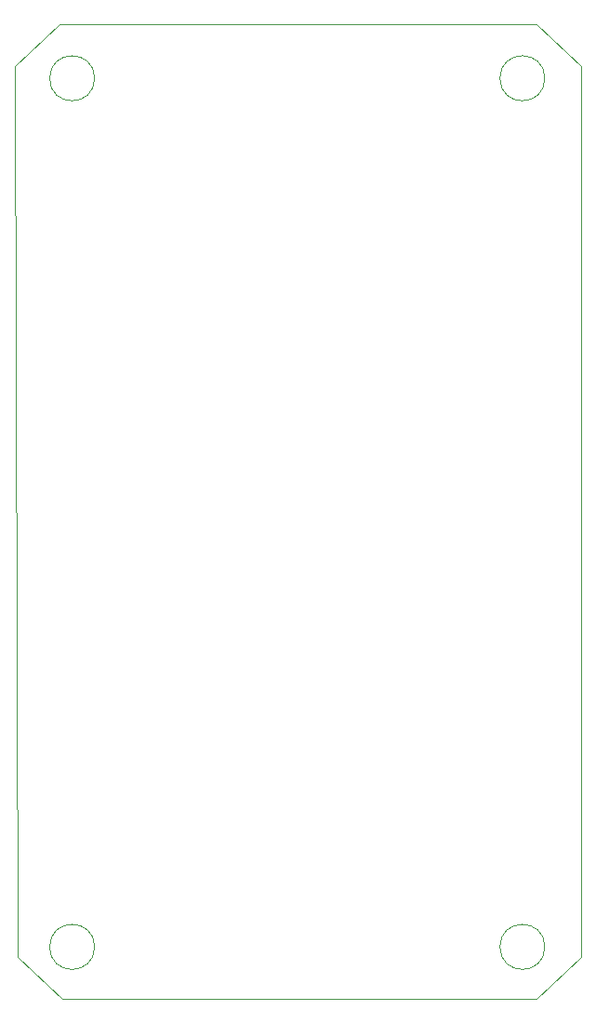
<source format=gbr>
%TF.GenerationSoftware,KiCad,Pcbnew,(5.1.6)-1*%
%TF.CreationDate,2020-11-17T10:03:37+01:00*%
%TF.ProjectId,NANOV3,4e414e4f-5633-42e6-9b69-6361645f7063,rev?*%
%TF.SameCoordinates,Original*%
%TF.FileFunction,Profile,NP*%
%FSLAX46Y46*%
G04 Gerber Fmt 4.6, Leading zero omitted, Abs format (unit mm)*
G04 Created by KiCad (PCBNEW (5.1.6)-1) date 2020-11-17 10:03:37*
%MOMM*%
%LPD*%
G01*
G04 APERTURE LIST*
%TA.AperFunction,Profile*%
%ADD10C,0.100000*%
%TD*%
G04 APERTURE END LIST*
D10*
X164338000Y-41910000D02*
X160274000Y-38100000D01*
X112776000Y-41910000D02*
X116840000Y-38100000D01*
X117094000Y-126746000D02*
X113030000Y-122936000D01*
X160274000Y-126746000D02*
X164338000Y-122936000D01*
X161050000Y-122000000D02*
G75*
G03*
X161050000Y-122000000I-2050000J0D01*
G01*
X120050000Y-122000000D02*
G75*
G03*
X120050000Y-122000000I-2050000J0D01*
G01*
X161050000Y-43000000D02*
G75*
G03*
X161050000Y-43000000I-2050000J0D01*
G01*
X120050000Y-43000000D02*
G75*
G03*
X120050000Y-43000000I-2050000J0D01*
G01*
X113030000Y-122936000D02*
X112776000Y-41910000D01*
X160274000Y-126746000D02*
X117094000Y-126746000D01*
X164338000Y-41910000D02*
X164338000Y-122936000D01*
X116840000Y-38100000D02*
X160274000Y-38100000D01*
M02*

</source>
